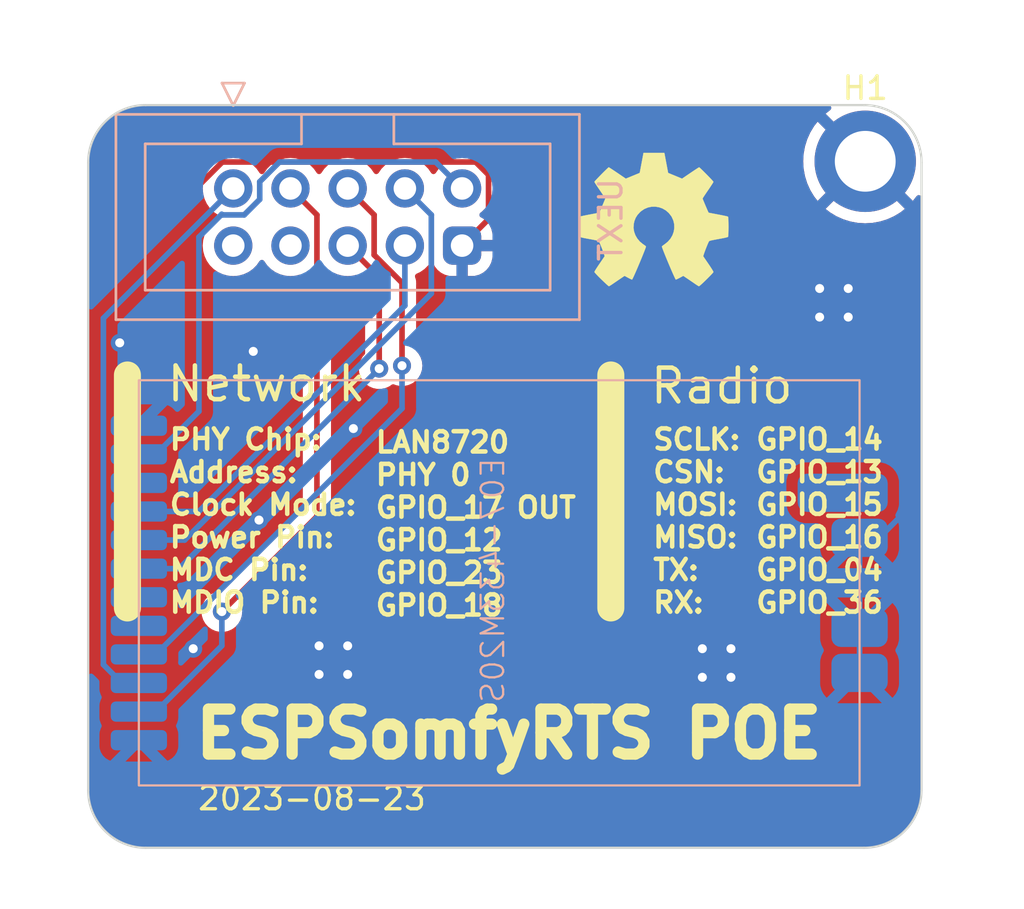
<source format=kicad_pcb>
(kicad_pcb (version 20221018) (generator pcbnew)
  (layers (0 "F.Cu" signal) (31 "B.Cu" signal) (34 "B.Paste" user) (35 "F.Paste" user) (36 "B.SilkS" user "B.Silkscreen") (37 "F.SilkS" user "F.Silkscreen") (38 "B.Mask" user) (39 "F.Mask" user) (44 "Edge.Cuts" user))
  (net 0 "")
  (net 1 "GND")
  (net 2 "GPIO15")
  (net 3 "GPIO14")
  (net 4 "GPIO16")
  (net 7 "GPIO13")
  (net 8 "GPIO4")
  (net 9 "GPI36")
  (net 11 "+3V3")
  (net 13 "GPIO2")
  (net 14 "GPIO5")
  (footprint "Symbol:OSHW-Symbol_6.7x6mm_SilkScreen" (layer "F.Cu") (at 110.109 68.453)
    (fp_text reference "N1" hide)
    (fp_text value "Housing" hide)
    (fp_poly (pts (xy 0.555814 -2.531069) (xy 0.639635 -2.086445) (xy 0.94892 -1.958947) (xy 1.258206 -1.831449) (xy 1.629246 -2.083754) (xy 1.733157 -2.154004) (xy 1.827087 -2.216728) (xy 1.906652 -2.269062) (xy 1.96747 -2.308143) (xy 2.005157 -2.331107) (xy 2.015421 -2.336058) (xy 2.03391 -2.323324) (xy 2.07342 -2.288118) (xy 2.129522 -2.234938) (xy 2.197787 -2.168282) (xy 2.273786 -2.092646) (xy 2.353092 -2.012528) (xy 2.431275 -1.932426) (xy 2.503907 -1.856836) (xy 2.566559 -1.790255) (xy 2.614803 -1.737182) (xy 2.64421 -1.702113) (xy 2.651241 -1.690377) (xy 2.641123 -1.66874) (xy 2.612759 -1.621338) (xy 2.569129 -1.552807) (xy 2.513218 -1.467785) (xy 2.448006 -1.370907) (xy 2.410219 -1.31565) (xy 2.341343 -1.214752) (xy 2.28014 -1.123701) (xy 2.229578 -1.04703) (xy 2.192628 -0.989272) (xy 2.172258 -0.954957) (xy 2.169197 -0.947746) (xy 2.176136 -0.927252) (xy 2.195051 -0.879487) (xy 2.223087 -0.811168) (xy 2.257391 -0.729011) (xy 2.295109 -0.63973) (xy 2.333387 -0.550042) (xy 2.36937 -0.466662) (xy 2.400206 -0.396306) (xy 2.423039 -0.34569) (xy 2.435017 -0.321529) (xy 2.435724 -0.320578) (xy 2.454531 -0.315964) (xy 2.504618 -0.305672) (xy 2.580793 -0.290713) (xy 2.677865 -0.272099) (xy 2.790643 -0.250841) (xy 2.856442 -0.238582) (xy 2.97695 -0.215638) (xy 3.085797 -0.193805) (xy 3.177476 -0.174278) (xy 3.246481 -0.158252) (xy 3.287304 -0.146921) (xy 3.295511 -0.143326) (xy 3.303548 -0.118994) (xy 3.310033 -0.064041) (xy 3.31497 0.015108) (xy 3.318364 0.112026) (xy 3.320218 0.220287) (xy 3.320538 0.333465) (xy 3.319327 0.445135) (xy 3.31659 0.548868) (xy 3.312331 0.638241) (xy 3.306555 0.706826) (xy 3.299267 0.748197) (xy 3.294895 0.75681) (xy 3.268764 0.767133) (xy 3.213393 0.781892) (xy 3.136107 0.799352) (xy 3.04423 0.81778) (xy 3.012158 0.823741) (xy 2.857524 0.852066) (xy 2.735375 0.874876) (xy 2.641673 0.89308) (xy 2.572384 0.907583) (xy 2.523471 0.919292) (xy 2.490897 0.929115) (xy 2.470628 0.937956) (xy 2.458626 0.946724) (xy 2.456947 0.948457) (xy 2.440184 0.976371) (xy 2.414614 1.030695) (xy 2.382788 1.104777) (xy 2.34726 1.191965) (xy 2.310583 1.285608) (xy 2.275311 1.379052) (xy 2.243996 1.465647) (xy 2.219193 1.53874) (xy 2.203454 1.591678) (xy 2.199332 1.617811) (xy 2.199676 1.618726) (xy 2.213641 1.640086) (xy 2.245322 1.687084) (xy 2.291391 1.754827) (xy 2.348518 1.838423) (xy 2.413373 1.932982) (xy 2.431843 1.959854) (xy 2.497699 2.057275) (xy 2.55565 2.146163) (xy 2.602538 2.221412) (xy 2.635207 2.27792) (xy 2.6505 2.310581) (xy 2.651241 2.314593) (xy 2.638392 2.335684) (xy 2.602888 2.377464) (xy 2.549293 2.435445) (xy 2.482171 2.505135) (xy 2.406087 2.582045) (xy 2.325604 2.661683) (xy 2.245287 2.739561) (xy 2.169699 2.811186) (xy 2.103405 2.87207) (xy 2.050969 2.917721) (xy 2.016955 2.94365) (xy 2.007545 2.947883) (xy 1.985643 2.937912) (xy 1.9408 2.91102) (xy 1.880321 2.871736) (xy 1.833789 2.840117) (xy 1.749475 2.782098) (xy 1.649626 2.713784) (xy 1.549473 2.645579) (xy 1.495627 2.609075) (xy 1.313371 2.4858) (xy 1.160381 2.56852) (xy 1.090682 2.604759) (xy 1.031414 2.632926) (xy 0.991311 2.648991) (xy 0.981103 2.651226) (xy 0.968829 2.634722) (xy 0.944613 2.588082) (xy 0.910263 2.515609) (xy 0.867588 2.421606) (xy 0.818394 2.310374) (xy 0.76449 2.186215) (xy 0.707684 2.053432) (xy 0.649782 1.916327) (xy 0.592593 1.779202) (xy 0.537924 1.646358) (xy 0.487584 1.522098) (xy 0.44338 1.410725) (xy 0.407119 1.316539) (xy 0.380609 1.243844) (xy 0.365658 1.196941) (xy 0.363254 1.180833) (xy 0.382311 1.160286) (xy 0.424036 1.126933) (xy 0.479706 1.087702) (xy 0.484378 1.084599) (xy 0.628264 0.969423) (xy 0.744283 0.835053) (xy 0.83143 0.685784) (xy 0.888699 0.525913) (xy 0.915086 0.359737) (xy 0.909585 0.191552) (xy 0.87119 0.025655) (xy 0.798895 -0.133658) (xy 0.777626 -0.168513) (xy 0.666996 -0.309263) (xy 0.536302 -0.422286) (xy 0.390064 -0.506997) (xy 0.232808 -0.562806) (xy 0.069057 -0.589126) (xy -0.096667 -0.58537) (xy -0.259838 -0.55095) (xy -0.415935 -0.485277) (xy -0.560433 -0.387765) (xy -0.605131 -0.348187) (xy -0.718888 -0.224297) (xy -0.801782 -0.093876) (xy -0.858644 0.052315) (xy -0.890313 0.197088) (xy -0.898131 0.35986) (xy -0.872062 0.52344) (xy -0.814755 0.682298) (xy -0.728856 0.830906) (xy -0.617014 0.963735) (xy -0.481877 1.075256) (xy -0.464117 1.087011) (xy -0.40785 1.125508) (xy -0.365077 1.158863) (xy -0.344628 1.18016) (xy -0.344331 1.180833) (xy -0.348721 1.203871) (xy -0.366124 1.256157) (xy -0.394732 1.33339) (xy -0.432735 1.431268) (xy -0.478326 1.545491) (xy -0.529697 1.671758) (xy -0.585038 1.805767) (xy -0.642542 1.943218) (xy -0.700399 2.079808) (xy -0.756802 2.211237) (xy -0.809942 2.333205) (xy -0.85801 2.441409) (xy -0.899199 2.531549) (xy -0.931699 2.599323) (xy -0.953703 2.64043) (xy -0.962564 2.651226) (xy -0.98964 2.642819) (xy -1.040303 2.620272) (xy -1.105817 2.587613) (xy -1.141841 2.56852) (xy -1.294832 2.4858) (xy -1.477088 2.609075) (xy -1.570125 2.672228) (xy -1.671985 2.741727) (xy -1.767438 2.807165) (xy -1.81525 2.840117) (xy -1.882495 2.885273) (xy -1.939436 2.921057) (xy -1.978646 2.942938) (xy -1.991381 2.947563) (xy -2.009917 2.935085) (xy -2.050941 2.900252) (xy -2.110475 2.846678) (xy -2.184542 2.777983) (xy -2.269165 2.697781) (xy -2.322685 2.646286) (xy -2.416319 2.554286) (xy -2.497241 2.471999) (xy -2.562177 2.402945) (xy -2.607858 2.350644) (xy -2.631011 2.318616) (xy -2.633232 2.312116) (xy -2.622924 2.287394) (xy -2.594439 2.237405) (xy -2.550937 2.167212) (xy -2.495577 2.081875) (xy -2.43152 1.986456) (xy -2.413303 1.959854) (xy -2.346927 1.863167) (xy -2.287378 1.776117) (xy -2.237984 1.703595) (xy -2.202075 1.650493) (xy -2.182981 1.621703) (xy -2.181136 1.618726) (xy -2.183895 1.595782) (xy -2.198538 1.545336) (xy -2.222513 1.474041) (xy -2.253266 1.388547) (xy -2.288244 1.295507) (xy -2.324893 1.201574) (xy -2.360661 1.113399) (xy -2.392994 1.037634) (xy -2.419338 0.980931) (xy -2.437142 0.949943) (xy -2.438407 0.948457) (xy -2.449294 0.939601) (xy -2.467682 0.930843) (xy -2.497606 0.921277) (xy -2.543103 0.909996) (xy -2.608209 0.896093) (xy -2.696961 0.878663) (xy -2.813393 0.856798) (xy -2.961542 0.829591) (xy -2.993618 0.823741) (xy -3.088686 0.805374) (xy -3.171565 0.787405) (xy -3.23493 0.771569) (xy -3.271458 0.7596) (xy -3.276356 0.75681) (xy -3.284427 0.732072) (xy -3.290987 0.67679) (xy -3.296033 0.597389) (xy -3.299559 0.500296) (xy -3.301561 0.391938) (xy -3.302036 0.27874) (xy -3.300977 0.167128) (xy -3.298382 0.063529) (xy -3.294246 -0.025632) (xy -3.288563 -0.093928) (xy -3.281331 -0.134934) (xy -3.276971 -0.143326) (xy -3.252698 -0.151792) (xy -3.197426 -0.165565) (xy -3.116662 -0.18345) (xy -3.015912 -0.204252) (xy -2.900683 -0.226777) (xy -2.837902 -0.238582) (xy -2.718787 -0.260849) (xy -2.612565 -0.281021) (xy -2.524427 -0.298085) (xy -2.459566 -0.311031) (xy -2.423174 -0.318845) (xy -2.417184 -0.320578) (xy -2.407061 -0.34011) (xy -2.385662 -0.387157) (xy -2.355839 -0.454997) (xy -2.320445 -0.536909) (xy -2.282332 -0.626172) (xy -2.244353 -0.716065) (xy -2.20936 -0.799865) (xy -2.180206 -0.870853) (xy -2.159743 -0.922306) (xy -2.150823 -0.947503) (xy -2.150657 -0.948604) (xy -2.160769 -0.968481) (xy -2.189117 -1.014223) (xy -2.232723 -1.081283) (xy -2.288606 -1.165116) (xy -2.353787 -1.261174) (xy -2.391679 -1.31635) (xy -2.460725 -1.417519) (xy -2.52205 -1.50937) (xy -2.572663 -1.587256) (xy -2.609571 -1.646531) (xy -2.629782 -1.682549) (xy -2.632701 -1.690623) (xy -2.620153 -1.709416) (xy -2.585463 -1.749543) (xy -2.533063 -1.806507) (xy -2.467384 -1.875815) (xy -2.392856 -1.952969) (xy -2.313913 -2.033475) (xy -2.234983 -2.112837) (xy -2.1605 -2.18656) (xy -2.094894 -2.250148) (xy -2.042596 -2.299106) (xy -2.008039 -2.328939) (xy -1.996478 -2.336058) (xy -1.977654 -2.326047) (xy -1.932631 -2.297922) (xy -1.865787 -2.254546) (xy -1.781499 -2.198782) (xy -1.684144 -2.133494) (xy -1.610707 -2.083754) (xy -1.239667 -1.831449) (xy -0.621095 -2.086445) (xy -0.537275 -2.531069) (xy -0.453454 -2.975693) (xy 0.471994 -2.975693) (xy 0.555814 -2.531069)) (stroke (width 0.01)) (fill solid) (layer "F.SilkS"))
  )
  (footprint "MountingHole:MountingHole_2.7mm_M2.5_ISO14580_Pad" (layer "F.Cu") (at 119.5 65.85)
    (fp_text reference "H1" (at 0 -3.25) (layer "F.SilkS"))
    (fp_text value "MountingHole_Pad")
    (pad "1" thru_hole circle (at 0 0) (size 4.5 4.5) (drill 2.7) (layers "*.Cu" "*.Mask") (net 1 "GND"))
  )
  (footprint "Ebyte:E07-433M20S" (layer "B.Cu") (at 119.249 75.577 -90)
    (fp_text reference "E07-433M20S" (at 8.888 16.284 90 unlocked) (layer "B.SilkS") (effects (font (thickness 0.1)) (justify mirror)))
    (fp_text value "~" hide)
    (fp_rect (start 0 32) (end 18 0) (stroke (width 0.1)) (fill none) (layer "B.SilkS"))
    (pad "1" smd roundrect (at 15.99 32 90) (size 0.9 2.5) (layers "B.Cu" "B.Paste" "B.Mask") (net 1 "GND"))
    (pad "2" smd roundrect (at 14.72 32 90) (size 0.9 2.5) (layers "B.Cu" "B.Paste" "B.Mask") (net 2 "GPIO15"))
    (pad "3" smd roundrect (at 13.45 32 90) (size 0.9 2.5) (layers "B.Cu" "B.Paste" "B.Mask") (net 3 "GPIO14"))
    (pad "4" smd roundrect (at 12.18 32 90) (size 0.9 2.5) (layers "B.Cu" "B.Paste" "B.Mask") (net 4 "GPIO16"))
    (pad "5" smd roundrect (at 10.91 32 90) (size 0.9 2.5) (layers "B.Cu" "B.Paste" "B.Mask"))
    (pad "6" smd roundrect (at 9.64 32 90) (size 0.9 2.5) (layers "B.Cu" "B.Paste" "B.Mask"))
    (pad "7" smd roundrect (at 8.37 32 90) (size 0.9 2.5) (layers "B.Cu" "B.Paste" "B.Mask") (net 7 "GPIO13"))
    (pad "8" smd roundrect (at 7.1 32 90) (size 0.9 2.5) (layers "B.Cu" "B.Paste" "B.Mask") (net 8 "GPIO4"))
    (pad "9" smd roundrect (at 5.83 32 90) (size 0.9 2.5) (layers "B.Cu" "B.Paste" "B.Mask") (net 9 "GPI36"))
    (pad "10" smd roundrect (at 4.56 32 90) (size 0.9 2.5) (layers "B.Cu" "B.Paste" "B.Mask"))
    (pad "11" smd roundrect (at 3.29 32 90) (size 0.9 2.5) (layers "B.Cu" "B.Paste" "B.Mask") (net 11 "+3V3"))
    (pad "12" smd roundrect (at 2.02 32 90) (size 0.9 2.5) (layers "B.Cu" "B.Paste" "B.Mask") (net 1 "GND"))
    (pad "13" smd roundrect (at 5 0.75 90) (size 1.7 4) (layers "B.Cu" "B.Paste" "B.Mask"))
    (pad "14" smd roundrect (at 7 0 90) (size 1.7 2.5) (layers "B.Cu" "B.Paste" "B.Mask") (net 1 "GND"))
    (pad "15" smd roundrect (at 11 0 90) (size 1.7 2.5) (layers "B.Cu" "B.Paste" "B.Mask") (net 1 "GND"))
    (pad "16" smd roundrect (at 13 0 90) (size 1.7 2.5) (layers "B.Cu" "B.Paste" "B.Mask") (net 1 "GND"))
  )
  (footprint "PhilippLibrary:IDC-Stecker_2x05_P2.54mm_Vertical" (layer "B.Cu") (at 91.44 67.056 -90)
    (fp_text reference "UEXT" (at 1.394 -16.76 90) (layer "B.SilkS") (effects (justify mirror)))
    (fp_text value "UEXT_Host")
    (fp_line (start -4.68 -0.5) (end -3.68 0) (stroke (width 0.12)) (layer "B.SilkS"))
    (fp_line (start -4.68 0.5) (end -4.68 -0.5) (stroke (width 0.12)) (layer "B.SilkS"))
    (fp_line (start -3.68 0) (end -4.68 0.5) (stroke (width 0.12)) (layer "B.SilkS"))
    (fp_line (start -3.29 -15.37) (end -3.29 5.21) (stroke (width 0.12)) (layer "B.SilkS"))
    (fp_line (start -3.29 -3.03) (end -1.98 -3.03) (stroke (width 0.12)) (layer "B.SilkS"))
    (fp_line (start -3.29 5.21) (end 5.83 5.21) (stroke (width 0.12)) (layer "B.SilkS"))
    (fp_line (start -1.98 -14.07) (end -1.98 -7.13) (stroke (width 0.12)) (layer "B.SilkS"))
    (fp_line (start -1.98 -7.13) (end -3.29 -7.13) (stroke (width 0.12)) (layer "B.SilkS"))
    (fp_line (start -1.98 -7.13) (end -1.98 -7.13) (stroke (width 0.12)) (layer "B.SilkS"))
    (fp_line (start -1.98 -3.03) (end -1.98 3.91) (stroke (width 0.12)) (layer "B.SilkS"))
    (fp_line (start -1.98 3.91) (end 4.52 3.91) (stroke (width 0.12)) (layer "B.SilkS"))
    (fp_line (start 4.52 -14.07) (end -1.98 -14.07) (stroke (width 0.12)) (layer "B.SilkS"))
    (fp_line (start 4.52 3.91) (end 4.52 -14.07) (stroke (width 0.12)) (layer "B.SilkS"))
    (fp_line (start 5.83 -15.37) (end -3.29 -15.37) (stroke (width 0.12)) (layer "B.SilkS"))
    (fp_line (start 5.83 5.21) (end 5.83 -15.37) (stroke (width 0.12)) (layer "B.SilkS"))
    (pad "1" thru_hole circle (at 0 -10.16 270) (size 1.7 1.7) (drill 1) (layers "*.Cu" "*.Mask") (net 11 "+3V3"))
    (pad "2" thru_hole roundrect (at 2.54 -10.16 270) (size 1.7 1.7) (drill 1) (layers "*.Cu" "*.Mask") (net 1 "GND"))
    (pad "3" thru_hole circle (at 0 -7.62 270) (size 1.7 1.7) (drill 1) (layers "*.Cu" "*.Mask") (net 8 "GPIO4"))
    (pad "4" thru_hole circle (at 2.54 -7.62 270) (size 1.7 1.7) (drill 1) (layers "*.Cu" "*.Mask") (net 9 "GPI36"))
    (pad "5" thru_hole circle (at 0 -5.08 270) (size 1.7 1.7) (drill 1) (layers "*.Cu" "*.Mask") (net 4 "GPIO16"))
    (pad "6" thru_hole circle (at 2.54 -5.08 270) (size 1.7 1.7) (drill 1) (layers "*.Cu" "*.Mask") (net 7 "GPIO13"))
    (pad "7" thru_hole circle (at 0 -2.54 270) (size 1.7 1.7) (drill 1) (layers "*.Cu" "*.Mask") (net 2 "GPIO15"))
    (pad "8" thru_hole circle (at 2.54 -2.54 270) (size 1.7 1.7) (drill 1) (layers "*.Cu" "*.Mask") (net 13 "GPIO2"))
    (pad "9" thru_hole circle (at 0 0 270) (size 1.7 1.7) (drill 1) (layers "*.Cu" "*.Mask") (net 3 "GPIO14"))
    (pad "10" thru_hole circle (at 2.54 0 270) (size 1.7 1.7) (drill 1) (layers "*.Cu" "*.Mask") (net 14 "GPIO5"))
  )
  (gr_line (start 108.204 85.69325) (end 108.204 75.34275) (stroke (width 1.2)) (layer "F.SilkS"))
  (gr_line (start 86.741 85.69325) (end 86.741 75.34275) (stroke (width 1.2)) (layer "F.SilkS"))
  (gr_line (start 85 65.903122) (end 85 93.796878) (stroke (width 0.1)) (layer "Edge.Cuts"))
  (gr_line (start 87.55 63.353122) (end 119.45 63.353122) (stroke (width 0.1)) (layer "Edge.Cuts"))
  (gr_arc (start 121.996878 93.796878) (mid 121.249996 95.599996) (end 119.446878 96.346878) (stroke (width 0.1)) (layer "Edge.Cuts"))
  (gr_arc (start 119.45 63.353122) (mid 121.253122 64.1) (end 122 65.903122) (stroke (width 0.1)) (layer "Edge.Cuts"))
  (gr_line (start 122 65.903122) (end 122 93.796878) (stroke (width 0.1)) (layer "Edge.Cuts"))
  (gr_arc (start 85 65.903122) (mid 85.746878 64.1) (end 87.55 63.353122) (stroke (width 0.1)) (layer "Edge.Cuts"))
  (gr_arc (start 87.55 96.346878) (mid 85.746878 95.6) (end 85 93.796878) (stroke (width 0.1)) (layer "Edge.Cuts"))
  (gr_line (start 87.55 96.346878) (end 119.446878 96.346878) (stroke (width 0.1)) (layer "Edge.Cuts"))
  (gr_text "Network" (at 88.392 76.61275) (layer "F.SilkS") (effects (font (size 1.5 1.5) (thickness 0.2) bold) (justify left bottom)))
  (gr_text "2023-08-23" (at 89.789 94.742) (layer "F.SilkS") (effects (font (size 1 1)) (justify left bottom)))
  (gr_text "LAN8720\nPHY 0\nGPIO_17 OUT\nGPIO_12\nGPIO_23\nGPIO_18" (at 97.663 86.106) (layer "F.SilkS") (effects (font (size 0.9 0.9) (thickness 0.2) bold) (justify left bottom)))
  (gr_text "Radio" (at 109.855 76.708) (layer "F.SilkS") (effects (font (size 1.5 1.5) (thickness 0.2) bold) (justify left bottom)))
  (gr_text "GPIO_14\nGPIO_13\nGPIO_15\nGPIO_16\nGPIO_04\nGPIO_36" (at 114.554 85.979) (layer "F.SilkS") (effects (font (size 0.9 0.9) (thickness 0.2) bold) (justify left bottom)))
  (gr_text "ESPSomfyRTS POE" (at 89.535 92.456) (layer "F.SilkS") (effects (font (size 2 2) (thickness 0.5) bold) (justify left bottom)))
  (gr_text "PHY Chip:\nAddress:\nClock Mode:\nPower Pin:\nMDC Pin:\nMDIO Pin:" (at 88.519 85.979) (layer "F.SilkS") (effects (font (size 0.9 0.9) (thickness 0.2) bold) (justify left bottom)))
  (gr_text "SCLK:\nCSN:\nMOSI:\nMISO:\nTX:\nRX:" (at 109.982 85.979) (layer "F.SilkS") (effects (font (size 0.9 0.9) (thickness 0.2) bold) (justify left bottom)))
  (segment (start 102.775 66.453) (end 102.775 68.421) (width 0.25) (layer "F.Cu") (net 1))
  (segment (start 102.203 65.881) (end 102.775 66.453) (width 0.25) (layer "F.Cu") (net 1))
  (segment (start 86.3985 73.914) (end 86.3985 70.435799) (width 0.25) (layer "F.Cu") (net 1))
  (segment (start 90.953299 65.881) (end 102.203 65.881) (width 0.25) (layer "F.Cu") (net 1))
  (segment (start 86.3985 70.435799) (end 90.953299 65.881) (width 0.25) (layer "F.Cu") (net 1))
  (segment (start 102.775 68.421) (end 101.6 69.596) (width 0.25) (layer "F.Cu") (net 1))
  (via (at 92.583 81.788) (size 0.8) (drill 0.4) (layers "F.Cu" "B.Cu") (net 1))
  (via (at 96.774 77.724) (size 0.8) (drill 0.4) (layers "F.Cu" "B.Cu") (net 1))
  (via (at 117.475 71.501) (size 0.8) (drill 0.4) (layers "F.Cu" "B.Cu") (net 1))
  (via (at 89.662 87.503) (size 0.8) (drill 0.4) (layers "F.Cu" "B.Cu") (net 1))
  (via (at 113.538 88.773) (size 0.8) (drill 0.4) (layers "F.Cu" "B.Cu") (net 1))
  (via (at 92.329 74.295) (size 0.8) (drill 0.4) (layers "F.Cu" "B.Cu") (net 1))
  (via (at 118.745 71.501) (size 0.8) (drill 0.4) (layers "F.Cu" "B.Cu") (net 1))
  (via (at 95.25 87.376) (size 0.8) (drill 0.4) (layers "F.Cu" "B.Cu") (net 1))
  (via (at 112.268 88.773) (size 0.8) (drill 0.4) (layers "F.Cu" "B.Cu") (net 1))
  (via (at 86.3985 73.914) (size 0.8) (drill 0.4) (layers "F.Cu" "B.Cu") (net 1))
  (via (at 112.268 87.503) (size 0.8) (drill 0.4) (layers "F.Cu" "B.Cu") (net 1))
  (via (at 118.745 72.771) (size 0.8) (drill 0.4) (layers "F.Cu" "B.Cu") (net 1))
  (via (at 96.52 87.376) (size 0.8) (drill 0.4) (layers "F.Cu" "B.Cu") (net 1))
  (via (at 95.25 88.646) (size 0.8) (drill 0.4) (layers "F.Cu" "B.Cu") (net 1))
  (via (at 113.538 87.503) (size 0.8) (drill 0.4) (layers "F.Cu" "B.Cu") (net 1))
  (via (at 117.475 72.771) (size 0.8) (drill 0.4) (layers "F.Cu" "B.Cu") (net 1))
  (via (at 96.52 88.646) (size 0.8) (drill 0.4) (layers "F.Cu" "B.Cu") (net 1))
  (segment (start 120.115 82.577) (end 119.249 82.577) (width 0.25) (layer "B.Cu") (net 1))
  (segment (start 119.249 82.577) (end 119.249 86.577) (width 0.25) (layer "B.Cu") (net 1))
  (segment (start 121.75 80.942) (end 120.115 82.577) (width 0.25) (layer "B.Cu") (net 1))
  (segment (start 115.754 69.596) (end 119.5 65.85) (width 0.25) (layer "B.Cu") (net 1))
  (segment (start 88.265 75.7805) (end 86.3985 73.914) (width 0.25) (layer "B.Cu") (net 1))
  (segment (start 119.5 65.85) (end 121.75 68.1) (width 0.25) (layer "B.Cu") (net 1))
  (segment (start 88.265 76.581) (end 88.265 75.7805) (width 0.25) (layer "B.Cu") (net 1))
  (segment (start 119.249 86.577) (end 119.249 88.577) (width 0.25) (layer "B.Cu") (net 1))
  (segment (start 101.6 69.596) (end 115.754 69.596) (width 0.25) (layer "B.Cu") (net 1))
  (segment (start 87.249 77.597) (end 88.265 76.581) (width 0.25) (layer "B.Cu") (net 1))
  (segment (start 121.75 68.1) (end 121.75 80.942) (width 0.25) (layer "B.Cu") (net 1))
  (segment (start 92.615 84.173416) (end 92.615 84.169) (width 0.25) (layer "F.Cu") (net 2))
  (segment (start 90.934208 85.854208) (end 92.615 84.173416) (width 0.25) (layer "F.Cu") (net 2))
  (segment (start 95.155 81.629) (end 95.155 68.231) (width 0.25) (layer "F.Cu") (net 2))
  (segment (start 92.615 84.169) (end 95.155 81.629) (width 0.25) (layer "F.Cu") (net 2))
  (segment (start 95.155 68.231) (end 93.98 67.056) (width 0.25) (layer "F.Cu") (net 2))
  (via (at 90.934208 85.854208) (size 0.8) (drill 0.4) (layers "F.Cu" "B.Cu") (net 2))
  (segment (start 87.249 90.297) (end 88.006817 90.297) (width 0.25) (layer "B.Cu") (net 2))
  (segment (start 88.006817 90.297) (end 90.934208 87.369609) (width 0.25) (layer "B.Cu") (net 2))
  (segment (start 90.934208 87.369609) (end 90.934208 85.854208) (width 0.25) (layer "B.Cu") (net 2))
  (segment (start 87.249 89.027) (end 86.491183 89.027) (width 0.25) (layer "B.Cu") (net 3))
  (segment (start 86.491183 89.027) (end 85.674 88.209817) (width 0.25) (layer "B.Cu") (net 3))
  (segment (start 85.674 72.822) (end 91.44 67.056) (width 0.25) (layer "B.Cu") (net 3))
  (segment (start 85.674 88.209817) (end 85.674 72.822) (width 0.25) (layer "B.Cu") (net 3))
  (segment (start 97.695 70.009) (end 97.695 68.231) (width 0.25) (layer "F.Cu") (net 4))
  (segment (start 98.933 71.247) (end 97.695 70.009) (width 0.25) (layer "F.Cu") (net 4))
  (segment (start 97.695 68.231) (end 96.52 67.056) (width 0.25) (layer "F.Cu") (net 4))
  (segment (start 98.933 74.93) (end 98.933 71.247) (width 0.25) (layer "F.Cu") (net 4))
  (via (at 98.933 74.93) (size 0.8) (drill 0.4) (layers "F.Cu" "B.Cu") (net 4))
  (segment (start 98.933 76.830817) (end 98.933 74.93) (width 0.25) (layer "B.Cu") (net 4))
  (segment (start 87.249 87.757) (end 88.006817 87.757) (width 0.25) (layer "B.Cu") (net 4))
  (segment (start 88.006817 87.757) (end 98.933 76.830817) (width 0.25) (layer "B.Cu") (net 4))
  (segment (start 97.920604 70.996604) (end 96.52 69.596) (width 0.25) (layer "F.Cu") (net 7))
  (segment (start 97.920604 75.060604) (end 97.920604 70.996604) (width 0.25) (layer "F.Cu") (net 7))
  (via (at 97.920604 75.060604) (size 0.8) (drill 0.4) (layers "F.Cu" "B.Cu") (net 7))
  (segment (start 89.034208 83.947) (end 97.920604 75.060604) (width 0.25) (layer "B.Cu") (net 7))
  (segment (start 87.249 83.947) (end 89.034208 83.947) (width 0.25) (layer "B.Cu") (net 7))
  (segment (start 100.235 71.721609) (end 100.235 68.231) (width 0.25) (layer "B.Cu") (net 8))
  (segment (start 89.279609 82.677) (end 100.235 71.721609) (width 0.25) (layer "B.Cu") (net 8))
  (segment (start 87.249 82.677) (end 89.279609 82.677) (width 0.25) (layer "B.Cu") (net 8))
  (segment (start 100.235 68.231) (end 99.06 67.056) (width 0.25) (layer "B.Cu") (net 8))
  (segment (start 89.913213 81.407) (end 87.249 81.407) (width 0.25) (layer "B.Cu") (net 9))
  (segment (start 99.06 69.596) (end 99.06 72.260213) (width 0.25) (layer "B.Cu") (net 9))
  (segment (start 99.06 72.260213) (end 89.913213 81.407) (width 0.25) (layer "B.Cu") (net 9))
  (segment (start 92.615 67.542701) (end 91.926701 68.231) (width 0.25) (layer "B.Cu") (net 11))
  (segment (start 100.425 65.881) (end 93.493299 65.881) (width 0.25) (layer "B.Cu") (net 11))
  (segment (start 87.249 78.867) (end 88.011 78.867) (width 0.25) (layer "B.Cu") (net 11))
  (segment (start 92.615 66.759299) (end 92.615 67.542701) (width 0.25) (layer "B.Cu") (net 11))
  (segment (start 89.916 76.957817) (end 88.006817 78.867) (width 0.25) (layer "B.Cu") (net 11))
  (segment (start 89.916 69.216396) (end 89.916 76.957817) (width 0.25) (layer "B.Cu") (net 11))
  (segment (start 88.006817 78.867) (end 87.249 78.867) (width 0.25) (layer "B.Cu") (net 11))
  (segment (start 101.6 67.056) (end 100.425 65.881) (width 0.25) (layer "B.Cu") (net 11))
  (segment (start 91.926701 68.231) (end 90.953299 68.231) (width 0.25) (layer "B.Cu") (net 11))
  (segment (start 90.927347 68.205049) (end 89.916 69.216396) (width 0.25) (layer "B.Cu") (net 11))
  (segment (start 90.953299 68.231) (end 90.927347 68.205049) (width 0.25) (layer "B.Cu") (net 11))
  (segment (start 93.493299 65.881) (end 92.615 66.759299) (width 0.25) (layer "B.Cu") (net 11))
  (zone (net 1) (net_name "GND") (layers "F&B.Cu") (connect_pads (clearance 0.5)) (min_thickness 0.25) (fill yes (thermal_gap 0.5) (thermal_bridge_width 0.5))
    (polygon (pts (xy 81.845308 58.684667) (xy 126.549308 58.684667) (xy 126.422308 98.689667) (xy 81.083308 99.070667)))
  )
)
</source>
